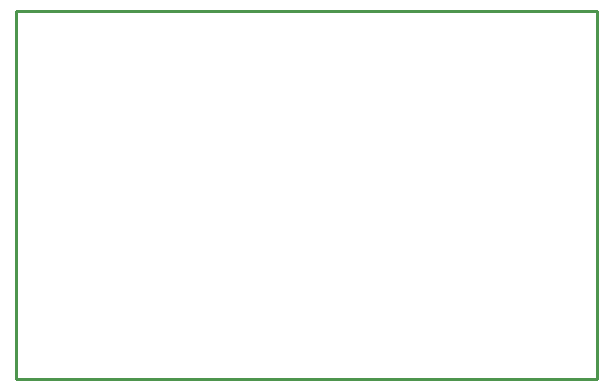
<source format=gbr>
G04 EAGLE Gerber RS-274X export*
G75*
%MOMM*%
%FSLAX34Y34*%
%LPD*%
%IN*%
%IPPOS*%
%AMOC8*
5,1,8,0,0,1.08239X$1,22.5*%
G01*
%ADD10C,0.254000*%


D10*
X50800Y381000D02*
X542800Y381000D01*
X542800Y693000D01*
X50800Y693000D01*
X50800Y381000D01*
M02*

</source>
